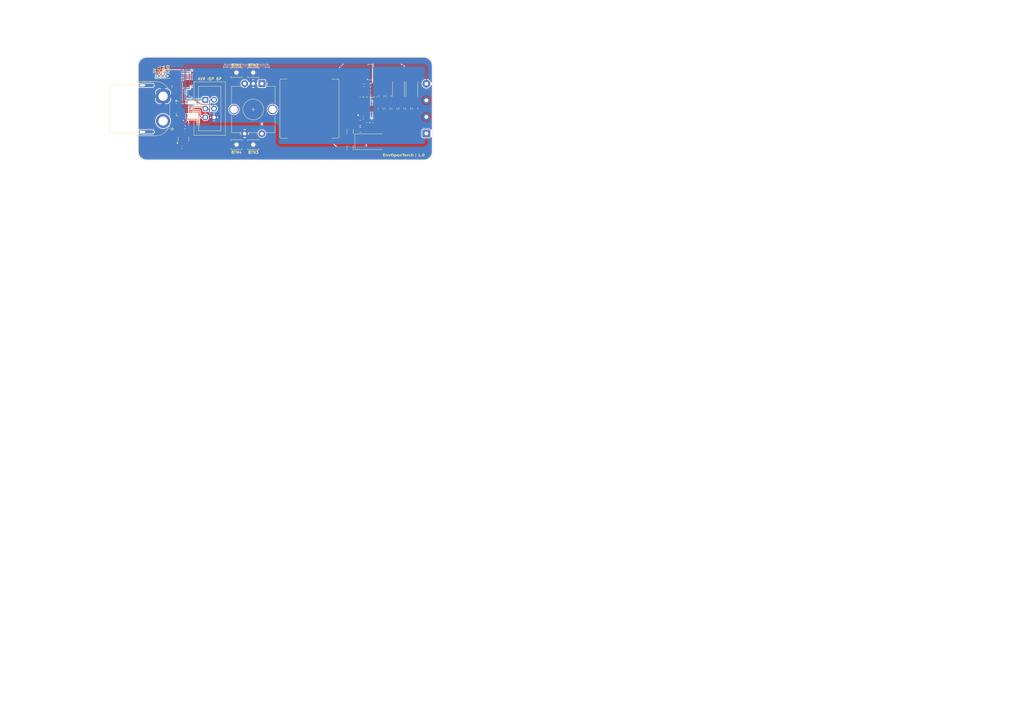
<source format=kicad_pcb>
(kicad_pcb (version 20240108) (generator "pcbnew") (generator_version "8.0")
  (title_block (title "EnvOpenTorch") (company "Envious.Design"))
  (layers (0 "F.Cu" signal) (31 "B.Cu" signal) (34 "B.Paste" user) (35 "F.Paste" user) (36 "B.SilkS" user "B.Silkscreen") (37 "F.SilkS" user "F.Silkscreen") (38 "B.Mask" user) (39 "F.Mask" user) (44 "Edge.Cuts" user))
  (net 0 "")
  (net 1 "GND")
  (net 2 "ROT_A")
  (net 3 "ROT_B")
  (net 4 "+5V")
  (net 5 "Net-(IC1-VCC)")
  (net 6 "Net-(IC1-CSN)")
  (net 7 "LED_V-")
  (net 8 "Net-(C15-Pad1)")
  (net 9 "Net-(IC1-SW)")
  (net 10 "Net-(IC1-ADIM{slash}HD)")
  (net 11 "LED_PWM_5V")
  (net 12 "Net-(IC1-TEMP)")
  (net 13 "Net-(IC1-FSET)")
  (net 14 "Net-(IC1-COMP)")
  (net 15 "Net-(IC1-UVP)")
  (net 16 "VCC")
  (net 17 "Net-(D1-K)")
  (net 18 "LED V+")
  (net 19 "Net-(IC1-CSP)")
  (net 20 "therm1_adc")
  (net 21 "/MCU/PC3")
  (net 22 "/MCU/PA2")
  (net 23 "/MCU/PA1")
  (net 24 "/MCU/PA3")
  (net 25 "/MCU/PC2")
  (net 26 "/MCU/PA0")
  (net 27 "BTN1")
  (net 28 "BTN2")
  (net 29 "BTN3")
  (net 30 "BTN4")
  (net 31 "BTN5")
  (net 32 "/MCU/PB3")
  (net 33 "SDA")
  (net 34 "SCL")
  (net 35 "therm1_adc-P")
  (net 36 "therm1_adc-N")
  (footprint "Capacitor_SMD:C_0402_1005Metric" (layer "F.Cu") (at 105.369999 34.15 180)
    (property "Reference" "C12" (hide yes))
    (property "Value" "25V 1uF 0402" (hide yes))
    (pad "1" smd roundrect (at -0.48 0 180) (size 0.56 0.62) (layers "F.Cu" "F.Paste" "F.Mask") (net 16 "VCC"))
    (pad "2" smd roundrect (at 0.48 0 180) (size 0.56 0.62) (layers "F.Cu" "F.Paste" "F.Mask") (net 1 "GND"))
  )
  (footprint "Resistor_SMD:R_0402_1005Metric" (layer "F.Cu") (at 106.975 28.125001 90)
    (property "Reference" "R8" (hide yes))
    (property "Value" "Rcomp 825ohm 0402" (hide yes))
    (pad "1" smd roundrect (at -0.509999 0 90) (size 0.54 0.64) (layers "F.Cu" "F.Paste" "F.Mask") (net 14 "Net-(IC1-COMP)"))
    (pad "2" smd roundrect (at 0.509999 0 90) (size 0.54 0.64) (layers "F.Cu" "F.Paste" "F.Mask") (net 8 "Net-(C15-Pad1)"))
  )
  (footprint "Capacitor_SMD:C_0402_1005Metric" (layer "F.Cu") (at 53.67 36 180)
    (property "Reference" "C4" (hide yes))
    (property "Value" "0401 10uF 6.3V")
    (pad "1" smd roundrect (at -0.48 0 180) (size 0.56 0.62) (layers "F.Cu" "F.Paste" "F.Mask") (net 4 "+5V"))
    (pad "2" smd roundrect (at 0.48 0 180) (size 0.56 0.62) (layers "F.Cu" "F.Paste" "F.Mask") (net 1 "GND"))
  )
  (footprint "Resistor_SMD:R_0402_1005Metric" (layer "F.Cu") (at 104.825 28.125 90)
    (property "Reference" "R12" (hide yes))
    (property "Value" "0Ω 0402" (hide yes))
    (pad "1" smd roundrect (at -0.509999 0 90) (size 0.54 0.64) (layers "F.Cu" "F.Paste" "F.Mask") (net 6 "Net-(IC1-CSN)"))
    (pad "2" smd roundrect (at 0.509999 0 90) (size 0.54 0.64) (layers "F.Cu" "F.Paste" "F.Mask") (net 17 "Net-(D1-K)"))
  )
  (footprint "Capacitor_SMD:C_0805_2012Metric" (layer "F.Cu") (at 112.4 31.5 -90)
    (property "Reference" "C23" (hide yes))
    (property "Value" "50V 100nF 0805" (hide yes))
    (pad "1" smd roundrect (at -0.949999 0 270) (size 1 1.45) (layers "F.Cu" "F.Paste" "F.Mask") (net 18 "LED V+"))
    (pad "2" smd roundrect (at 0.949999 0 270) (size 1 1.45) (layers "F.Cu" "F.Paste" "F.Mask") (net 7 "LED_V-"))
  )
  (footprint "Resistor_SMD:R_0402_1005Metric" (layer "F.Cu") (at 107.75 35.55 90)
    (property "Reference" "R5" (hide yes))
    (property "Value" "10K 0402" (hide yes))
    (pad "1" smd roundrect (at -0.509999 0 90) (size 0.54 0.64) (layers "F.Cu" "F.Paste" "F.Mask") (net 16 "VCC"))
    (pad "2" smd roundrect (at 0.509999 0 90) (size 0.54 0.64) (layers "F.Cu" "F.Paste" "F.Mask") (net 10 "Net-(IC1-ADIM{slash}HD)"))
  )
  (footprint "Button_Switch_SMD:SW_SPST_B3U-1000P-B" (layer "F.Cu") (at 68.6 41.95)
    (property "Reference" "SW104" (hide yes))
    (property "Value" "B3U")
    (pad "" np_thru_hole circle (at 0 0) (size 0.8 0.8) (drill 0.8) (layers "*.Cu" "*.Mask"))
    (pad "1" smd rect (at -1.7 0) (size 0.9 1.7) (layers "F.Cu" "F.Paste" "F.Mask") (net 30 "BTN4"))
    (pad "2" smd rect (at 1.7 0) (size 0.9 1.7) (layers "F.Cu" "F.Paste" "F.Mask") (net 1 "GND"))
  )
  (footprint "Button_Switch_SMD:SW_SPST_B3U-1000P-B" (layer "F.Cu") (at 68.55 21.05)
    (property "Reference" "SW101" (hide yes))
    (property "Value" "B3U")
    (pad "" np_thru_hole circle (at 0 0) (size 0.8 0.8) (drill 0.8) (layers "*.Cu" "*.Mask"))
    (pad "1" smd rect (at -1.7 0) (size 0.9 1.7) (layers "F.Cu" "F.Paste" "F.Mask") (net 27 "BTN1"))
    (pad "2" smd rect (at 1.7 0) (size 0.9 1.7) (layers "F.Cu" "F.Paste" "F.Mask") (net 1 "GND"))
  )
  (footprint "Button_Switch_SMD:SW_SPST_B3U-1000P-B" (layer "F.Cu") (at 73.45 41.95)
    (property "Reference" "SW103" (hide yes))
    (property "Value" "B3U")
    (pad "" np_thru_hole circle (at 0 0) (size 0.8 0.8) (drill 0.8) (layers "*.Cu" "*.Mask"))
    (pad "1" smd rect (at -1.7 0) (size 0.9 1.7) (layers "F.Cu" "F.Paste" "F.Mask") (net 29 "BTN3"))
    (pad "2" smd rect (at 1.7 0) (size 0.9 1.7) (layers "F.Cu" "F.Paste" "F.Mask") (net 1 "GND"))
  )
  (footprint "Capacitor_SMD:C_0805_2012Metric" (layer "F.Cu") (at 104.499999 37.649999 180)
    (property "Reference" "C10" (hide yes))
    (property "Value" "50V 100nF 0805" (hide yes))
    (pad "1" smd roundrect (at -0.949999 0 180) (size 1 1.45) (layers "F.Cu" "F.Paste" "F.Mask") (net 16 "VCC"))
    (pad "2" smd roundrect (at 0.949999 0 180) (size 1 1.45) (layers "F.Cu" "F.Paste" "F.Mask") (net 1 "GND"))
  )
  (footprint "Resistor_SMD:R_0402_1005Metric" (layer "F.Cu") (at 107.45 24.725 180)
    (property "Reference" "R11" (hide yes))
    (property "Value" "Rovp2 10K 0402" (hide yes))
    (pad "1" smd roundrect (at -0.509999 0 180) (size 0.54 0.64) (layers "F.Cu" "F.Paste" "F.Mask") (net 1 "GND"))
    (pad "2" smd roundrect (at 0.509999 0 180) (size 0.54 0.64) (layers "F.Cu" "F.Paste" "F.Mask") (net 15 "Net-(IC1-UVP)"))
  )
  (footprint "TPS922054DMTR:SON65P300X450X100-15N-D" (layer "F.Cu") (at 106.5 31.5 90)
    (property "Reference" "IC1" (hide yes))
    (property "Value" "TPS923654DMTR" (hide yes))
    (pad "1" smd rect (at -1.45 -1.95 180) (size 0.35 0.85) (layers "F.Cu" "F.Paste" "F.Mask") (net 1 "GND"))
    (pad "2" smd rect (at -1.45 -1.3 180) (size 0.35 0.85) (layers "F.Cu" "F.Paste" "F.Mask") (net 1 "GND"))
    (pad "3" smd rect (at -1.45 -0.65 180) (size 0.35 0.85) (layers "F.Cu" "F.Paste" "F.Mask") (net 16 "VCC"))
    (pad "4" smd rect (at -1.45 0 180) (size 0.35 0.85) (layers "F.Cu" "F.Paste" "F.Mask") (net 5 "Net-(IC1-VCC)"))
    (pad "5" smd rect (at -1.45 0.65 180) (size 0.35 0.85) (layers "F.Cu" "F.Paste" "F.Mask") (net 10 "Net-(IC1-ADIM{slash}HD)"))
    (pad "6" smd rect (at -1.45 1.3 180) (size 0.35 0.85) (layers "F.Cu" "F.Paste" "F.Mask") (net 11 "LED_PWM_5V"))
    (pad "7" smd rect (at -1.45 1.95 180) (size 0.35 0.85) (layers "F.Cu" "F.Paste" "F.Mask") (net 1 "GND"))
    (pad "8" smd rect (at 1.45 1.95 180) (size 0.35 0.85) (layers "F.Cu" "F.Paste" "F.Mask") (net 12 "Net-(IC1-TEMP)"))
    (pad "9" smd rect (at 1.45 1.3 180) (size 0.35 0.85) (layers "F.Cu" "F.Paste" "F.Mask") (net 13 "Net-(IC1-FSET)"))
    (pad "10" smd rect (at 1.45 0.65 180) (size 0.35 0.85) (layers "F.Cu" "F.Paste" "F.Mask") (net 14 "Net-(IC1-COMP)"))
    (pad "11" smd rect (at 1.45 0 180) (size 0.35 0.85) (layers "F.Cu" "F.Paste" "F.Mask") (net 15 "Net-(IC1-UVP)"))
    (pad "12" smd rect (at 1.45 -0.65 180) (size 0.35 0.85) (layers "F.Cu" "F.Paste" "F.Mask") (net 19 "Net-(IC1-CSP)"))
    (pad "13" smd rect (at 1.45 -1.3 180) (size 0.35 0.85) (layers "F.Cu" "F.Paste" "F.Mask") (net 6 "Net-(IC1-CSN)"))
    (pad "14" smd rect (at 1.45 -1.95 180) (size 0.35 0.85) (layers "F.Cu" "F.Paste" "F.Mask") (net 9 "Net-(IC1-SW)"))
    (pad "15" smd rect (at 0 0 90) (size 1.7 4.3) (layers "F.Cu" "F.Paste" "F.Mask") (net 1 "GND"))
  )
  (footprint "Capacitor_SMD:C_0805_2012Metric" (layer "F.Cu") (at 112.65 27.85 -90)
    (property "Reference" "C17" (hide yes))
    (property "Value" "Csense 50V 30uF 0805" (hide yes))
    (pad "1" smd roundrect (at -0.949999 0 270) (size 1 1.45) (layers "F.Cu" "F.Paste" "F.Mask") (net 17 "Net-(D1-K)"))
    (pad "2" smd roundrect (at 0.949999 0 270) (size 1 1.45) (layers "F.Cu" "F.Paste" "F.Mask") (net 18 "LED V+"))
  )
  (footprint "Capacitor_SMD:C_0805_2012Metric" (layer "F.Cu") (at 114.4 31.5 -90)
    (property "Reference" "C22" (hide yes))
    (property "Value" "50V 100nF 0805" (hide yes))
    (pad "1" smd roundrect (at -0.949999 0 270) (size 1 1.45) (layers "F.Cu" "F.Paste" "F.Mask") (net 18 "LED V+"))
    (pad "2" smd roundrect (at 0.949999 0 270) (size 1 1.45) (layers "F.Cu" "F.Paste" "F.Mask") (net 7 "LED_V-"))
  )
  (footprint "Button_Switch_SMD:SW_SPST_B3U-1000P-B" (layer "F.Cu") (at 73.45 21.05)
    (property "Reference" "SW102" (hide yes))
    (property "Value" "B3U")
    (pad "" np_thru_hole circle (at 0 0) (size 0.8 0.8) (drill 0.8) (layers "*.Cu" "*.Mask"))
    (pad "1" smd rect (at -1.7 0) (size 0.9 1.7) (layers "F.Cu" "F.Paste" "F.Mask") (net 28 "BTN2"))
    (pad "2" smd rect (at 1.7 0) (size 0.9 1.7) (layers "F.Cu" "F.Paste" "F.Mask") (net 1 "GND"))
  )
  (footprint "Resistor_SMD:R_0402_1005Metric" (layer "F.Cu") (at 105.8 28.125 90)
    (property "Reference" "R13" (hide yes))
    (property "Value" "0Ω 0402" (hide yes))
    (pad "1" smd roundrect (at -0.509999 0 90) (size 0.54 0.64) (layers "F.Cu" "F.Paste" "F.Mask") (net 19 "Net-(IC1-CSP)"))
    (pad "2" smd roundrect (at 0.509999 0 90) (size 0.54 0.64) (layers "F.Cu" "F.Paste" "F.Mask") (net 18 "LED V+"))
  )
  (footprint "Capacitor_Tantalum_SMD:CP_EIA-7343-43_Kemet-X" (layer "F.Cu") (at 107.35 41.1)
    (property "Reference" "C7" (hide yes))
    (property "Value" "35V 68uF" (hide yes))
    (pad "1" smd roundrect (at -3.1125 0) (size 2.075 2.55) (layers "F.Cu" "F.Paste" "F.Mask") (roundrect_rratio 0.120482) (net 16 "VCC"))
    (pad "2" smd roundrect (at 3.1125 0) (size 2.075 2.55) (layers "F.Cu" "F.Paste" "F.Mask") (roundrect_rratio 0.120482) (net 1 "GND"))
  )
  (footprint "Capacitor_SMD:C_0402_1005Metric" (layer "F.Cu") (at 107.425 26.675)
    (property "Reference" "C16" (hide yes))
    (property "Value" "10V 10nF 0402" (hide yes))
    (pad "1" smd roundrect (at -0.48 0) (size 0.56 0.62) (layers "F.Cu" "F.Paste" "F.Mask") (net 8 "Net-(C15-Pad1)"))
    (pad "2" smd roundrect (at 0.48 0) (size 0.56 0.62) (layers "F.Cu" "F.Paste" "F.Mask") (net 1 "GND"))
  )
  (footprint "Capacitor_SMD:C_0805_2012Metric" (layer "F.Cu") (at 118.4 31.5 -90)
    (property "Reference" "C20" (hide yes))
    (property "Value" "50V 1uF 0805" (hide yes))
    (pad "1" smd roundrect (at -0.949999 0 270) (size 1 1.45) (layers "F.Cu" "F.Paste" "F.Mask") (net 18 "LED V+"))
    (pad "2" smd roundrect (at 0.949999 0 270) (size 1 1.45) (layers "F.Cu" "F.Paste" "F.Mask") (net 7 "LED_V-"))
  )
  (footprint "Connector_Wire:SolderWire-0.5sqmm_1x04_P4.8mm_D0.9mm_OD2.3mm" (layer "F.Cu") (at 123.65 38.7 90)
    (property "Reference" "J101" (hide yes))
    (property "Value" "Conn_01x04")
    (pad "1" thru_hole roundrect (at 0 0 90) (size 2.3 2.3) (drill 1.1) (layers "*.Cu" "*.Mask") (roundrect_rratio 0.108696) (net 36 "therm1_adc-N"))
    (pad "2" thru_hole circle (at 4.800001 0 90) (size 2.3 2.3) (drill 1.1) (layers "*.Cu" "*.Mask") (net 7 "LED_V-"))
    (pad "3" thru_hole circle (at 9.6 0 90) (size 2.3 2.3) (drill 1.1) (layers "*.Cu" "*.Mask") (net 18 "LED V+"))
    (pad "4" thru_hole circle (at 14.4 0 90) (size 2.3 2.3) (drill 1.1) (layers "*.Cu" "*.Mask") (net 35 "therm1_adc-P"))
  )
  (footprint "Resistor_SMD:R_2512_6332Metric" (layer "F.Cu") (at 119.45 25.8375 -90)
    (property "Reference" "R9" (hide yes))
    (property "Value" "2512 120mR" (hide yes))
    (pad "1" smd roundrect (at -2.9625 0 270) (size 1.225 3.35) (layers "F.Cu" "F.Paste" "F.Mask") (roundrect_rratio 0.204082) (net 17 "Net-(D1-K)"))
    (pad "2" smd roundrect (at 2.9625 0 270) (size 1.225 3.35) (layers "F.Cu" "F.Paste" "F.Mask") (roundrect_rratio 0.204082) (net 18 "LED V+"))
  )
  (footprint "Connector_AMASS:AMASS_XT60PW-F_1x02_P7.20mm_Horizontal" (layer "F.Cu") (at 47.3 27.9 90)
    (property "Reference" "J2" (hide yes))
    (property "Value" "XT60 Horizontal Socket" (hide yes))
    (fp_text user "-" (at 2.8 2.5 90) (layer "F.SilkS"))
    (fp_text user "+" (at -9.499999 2.5 90) (layer "F.SilkS") (effects (font (size 1.5 1.5))))
    (pad "" thru_hole rect (at -10.35 -6 90) (size 0.9 2) (drill oval 0.6 1.7) (layers "*.Cu" "*.Mask"))
    (pad "" thru_hole rect (at 3.15 -6 90) (size 0.9 2) (drill oval 0.6 1.7) (layers "*.Cu" "*.Mask"))
    (pad "1" thru_hole roundrect (at 0 0 90) (size 4.1 4.1) (drill 2.7) (layers "*.Cu" "*.Mask") (net 1 "GND"))
    (pad "2" thru_hole circle (at -7.2 0 90) (size 4.1 4.1) (drill 2.7) (layers "*.Cu" "*.Mask") (net 16 "VCC"))
  )
  (footprint "Resistor_SMD:R_2512_6332Metric" (layer "F.Cu") (at 115.55 25.8375 -90)
    (property "Reference" "R14" (hide yes))
    (property "Value" "2512 120mR" (hide yes))
    (pad "1" smd roundrect (at -2.9625 0 270) (size 1.225 3.35) (layers "F.Cu" "F.Paste" "F.Mask") (roundrect_rratio 0.204082) (net 17 "Net-(D1-K)"))
    (pad "2" smd roundrect (at 2.9625 0 270) (size 1.225 3.35) (layers "F.Cu" "F.Paste" "F.Mask") (roundrect_rratio 0.204082) (net 18 "LED V+"))
  )
  (footprint "Resistor_SMD:R_0402_1005Metric" (layer "F.Cu") (at 105.55 24.725 180)
    (property "Reference" "R10" (hide yes))
    (property "Value" "Rovp1 200K 0402" (hide yes))
    (pad "1" smd roundrect (at -0.509999 0 180) (size 0.54 0.64) (layers "F.Cu" "F.Paste" "F.Mask") (net 15 "Net-(IC1-UVP)"))
    (pad "2" smd roundrect (at 0.509999 0 180) (size 0.54 0.64) (layers "F.Cu" "F.Paste" "F.Mask") (net 18 "LED V+"))
  )
  (footprint "NetTie:NetTie-2_SMD_Pad2.0mm" (layer "F.Cu") (at 111.635786 36.014214 45)
    (property "Reference" "NT1" (hide yes))
    (property "Value" "NetTie" (hide yes))
    (fp_poly (pts (xy -2 -1) (xy 2 -1) (xy 2 1) (xy -2 1)) (fill solid) (layer "F.Cu"))
    (pad "1" smd circle (at -2.000001 0 45) (size 2 2) (layers "F.Cu") (net 1 "GND"))
    (pad "2" smd circle (at 2.000001 0 45) (size 2 2) (layers "F.Cu") (net 7 "LED_V-"))
  )
  (footprint "Connector_IDC:IDC-Header_2x03_P2.54mm_Vertical" (layer "F.Cu") (at 59.5475 28.955)
    (property "Reference" "J1" (hide yes))
    (property "Value" "AVR-ISP-6")
    (pad "1" thru_hole roundrect (at 0 0) (size 1.7 1.7) (drill 1) (layers "*.Cu" "*.Mask") (roundrect_rratio 0.147059) (net 11 "LED_PWM_5V"))
    (pad "2" thru_hole circle (at 2.54 0) (size 1.7 1.7) (drill 1) (layers "*.Cu" "*.Mask") (net 4 "+5V"))
    (pad "3" thru_hole circle (at 0 2.54) (size 1.7 1.7) (drill 1) (layers "*.Cu" "*.Mask") (net 34 "SCL"))
    (pad "4" thru_hole circle (at 2.54 2.54) (size 1.7 1.7) (drill 1) (layers "*.Cu" "*.Mask") (net 33 "SDA"))
    (pad "5" thru_hole circle (at 0 5.08) (size 1.7 1.7) (drill 1) (layers "*.Cu" "*.Mask") (net 21 "/MCU/PC3"))
    (pad "6" thru_hole circle (at 2.54 5.08) (size 1.7 1.7) (drill 1) (layers "*.Cu" "*.Mask") (net 1 "GND"))
  )
  (footprint "Capacitor_SMD:C_0805_2012Metric" (layer "F.Cu") (at 116.399999 31.5 -90)
    (property "Reference" "C21" (hide yes))
    (property "Value" "50V 1uF 0805" (hide yes))
    (pad "1" smd roundrect (at -0.949999 0 270) (size 1 1.45) (layers "F.Cu" "F.Paste" "F.Mask") (net 18 "LED V+"))
    (pad "2" smd roundrect (at 0.949999 0 270) (size 1 1.45) (layers "F.Cu" "F.Paste" "F.Mask") (net 7 "LED_V-"))
  )
  (footprint "Resistor_SMD:R_0402_1005Metric" (layer "F.Cu") (at 107.95 28.125001 90)
    (property "Reference" "R6" (hide yes))
    (property "Value" "Rfset 160K 0402" (hide yes))
    (pad "1" smd roundrect (at -0.509999 0 90) (size 0.54 0.64) (layers "F.Cu" "F.Paste" "F.Mask") (net 13 "Net-(IC1-FSET)"))
    (pad "2" smd roundrect (at 0.509999 0 90) (size 0.54 0.64) (layers "F.Cu" "F.Paste" "F.Mask") (net 1 "GND"))
  )
  (footprint "Capacitor_SMD:C_0402_1005Metric" (layer "F.Cu") (at 53.67 36.95 180)
    (property "Reference" "C3" (hide yes))
    (property "Value" "0401 1uF 6.3V")
    (pad "1" smd roundrect (at -0.48 0 180) (size 0.56 0.62) (layers "F.Cu" "F.Paste" "F.Mask") (net 4 "+5V"))
    (pad "2" smd roundrect (at 0.48 0 180) (size 0.56 0.62) (layers "F.Cu" "F.Paste" "F.Mask") (net 1 "GND"))
  )
  (footprint "Capacitor_SMD:C_0402_1005Metric" (layer "F.Cu") (at 52.73 42.75)
    (property "Reference" "C1" (hide yes))
    (property "Value" "0401 1uF 35V")
    (pad "1" smd roundrect (at -0.48 0) (size 0.56 0.62) (layers "F.Cu" "F.Paste" "F.Mask") (net 16 "VCC"))
    (pad "2" smd roundrect (at 0.48 0) (size 0.56 0.62) (layers "F.Cu" "F.Paste" "F.Mask") (net 1 "GND"))
  )
  (footprint "Capacitor_SMD:C_0402_1005Metric" (layer "F.Cu") (at 107.425 25.7)
    (property "Reference" "C15" (hide yes))
    (property "Value" "10V 10nF 0402" (hide yes))
    (pad "1" smd roundrect (at -0.48 0) (size 0.56 0.62) (layers "F.Cu" "F.Paste" "F.Mask") (net 8 "Net-(C15-Pad1)"))
    (pad "2" smd roundrect (at 0.48 0) (size 0.56 0.62) (layers "F.Cu" "F.Paste" "F.Mask") (net 1 "GND"))
  )
  (footprint "Package_TO_SOT_SMD:TO-277A" (layer "F.Cu") (at 109.875 20.925 90)
    (property "Reference" "D1" (hide yes))
    (property "Value" "FSV12100V" (hide yes))
    (pad "1" smd roundrect (at -1.04 -2.765 90) (size 1.4 1.27) (layers "F.Cu" "F.Paste" "F.Mask") (net 9 "Net-(IC1-SW)"))
    (pad "2" smd roundrect (at 1.04 -2.765 90) (size 1.4 1.27) (layers "F.Cu" "F.Paste" "F.Mask") (net 9 "Net-(IC1-SW)"))
    (pad "3" smd rect (at 0 1.04 90) (size 4.8 4.72) (layers "F.Cu" "F.Mask") (net 17 "Net-(D1-K)"))
  )
  (footprint "Capacitor_SMD:C_1206_3216Metric" (layer "F.Cu") (at 101.55 38.2 90)
    (property "Reference" "C8" (hide yes))
    (property "Value" "35V 22uF 1206" (hide yes))
    (pad "1" smd roundrect (at -1.475001 0 90) (size 1.15 1.8) (layers "F.Cu" "F.Paste" "F.Mask") (roundrect_rratio 0.217391) (net 16 "VCC"))
    (pad "2" smd roundrect (at 1.475001 0 90) (size 1.15 1.8) (layers "F.Cu" "F.Paste" "F.Mask") (roundrect_rratio 0.217391) (net 1 "GND"))
  )
  (footprint "Inductor_SMD:L_Bourns_SRP1770TA_16.9x16.9mm" (layer "F.Cu") (at 89.75 31.5 90)
    (property "Reference" "L1" (hide yes))
    (property "Value" "SRP1770TA-100M")
    (pad "1" smd rect (at -7.675001 0 90) (size 3.15 12.5) (layers "F.Cu" "F.Paste" "F.Mask") (net 16 "VCC"))
    (pad "2" smd rect (at 7.675001 0 90) (size 3.15 12.5) (layers "F.Cu" "F.Paste" "F.Mask") (net 9 "Net-(IC1-SW)"))
  )
  (footprint "Capacitor_SMD:C_0805_2012Metric" (layer "F.Cu") (at 120.4 31.499999 -90)
    (property "Reference" "C19" (hide yes))
    (property "Value" "50V 2.2uF 0805" (hide yes))
    (pad "1" smd roundrect (at -0.949999 0 270) (size 1 1.45) (layers "F.Cu" "F.Paste" "F.Mask") (net 18 "LED V+"))
    (pad "2" smd roundrect (at 0.949999 0 270) (size 1 1.45) (layers "F.Cu" "F.Paste" "F.Mask") (net 7 "LED_V-"))
  )
  (footprint "Capacitor_SMD:C_0805_2012Metric" (layer "F.Cu") (at 104.499999 35.65 180)
    (property "Reference" "C11" (hide yes))
    (property "Value" "50V 100nF 0805" (hide yes))
    (pad "1" smd roundrect (at -0.949999 0 180) (size 1 1.45) (layers "F.Cu" "F.Paste" "F.Mask") (net 16 "VCC"))
    (pad "2" smd roundrect (at 0.949999 0 180) (size 1 1.45) (layers "F.Cu" "F.Paste" "F.Mask") (net 1 "GND"))
  )
  (footprint "Capacitor_SMD:C_0805_2012Metric" (layer "F.Cu") (at 110.65 27.85 -90)
    (property "Reference" "C14" (hide yes))
    (property "Value" "50V 0.1uF 0805" (hide yes))
    (pad "1" smd roundrect (at -0.949999 0 270) (size 1 1.45) (layers "F.Cu" "F.Paste" "F.Mask") (net 17 "Net-(D1-K)"))
    (pad "2" smd roundrect (at 0.949999 0 270) (size 1 1.45) (layers "F.Cu" "F.Paste" "F.Mask") (net 18 "LED V+"))
  )
  (footprint "Capacitor_SMD:C_0402_1005Metric" (layer "F.Cu") (at 53.67 37.9 180)
    (property "Reference" "C2" (hide yes))
    (property "Value" "0401 2.2uF 6.3V")
    (pad "1" smd roundrect (at -0.48 0 180) (size 0.56 0.62) (layers "F.Cu" "F.Paste" "F.Mask") (net 4 "+5V"))
    (pad "2" smd roundrect (at 0.48 0 180) (size 0.56 0.62) (layers "F.Cu" "F.Paste" "F.Mask") (net 1 "GND"))
  )
  (footprint "Package_TO_SOT_SMD:SOT-23" (layer "F.Cu") (at 53.2 40.3 90)
    (property "Reference" "U1" (hide yes))
    (property "Value" "AP7384-50SA")
    (pad "1" smd roundrect (at -0.9375 -0.95 90) (size 1.475 0.6) (layers "F.Cu" "F.Paste" "F.Mask") (net 16 "VCC"))
    (pad "2" smd roundrect (at -0.9375 0.95 90) (size 1.475 0.6) (layers "F.Cu" "F.Paste" "F.Mask") (net 4 "+5V"))
    (pad "3" smd roundrect (at 0.937501 0 90) (size 1.475 0.6) (layers "F.Cu" "F.Paste" "F.Mask") (net 1 "GND"))
  )
  (footprint "Capacitor_SMD:C_1206_3216Metric" (layer "F.Cu") (at 101.55 42.875 -90)
    (property "Reference" "C9" (hide yes))
    (property "Value" "35V 22uF 1206" (hide yes))
    (pad "1" smd roundrect (at -1.475001 0 270) (size 1.15 1.8) (layers "F.Cu" "F.Paste" "F.Mask") (roundrect_rratio 0.217391) (net 16 "VCC"))
    (pad "2" smd roundrect (at 1.475001 0 270) (size 1.15 1.8) (layers "F.Cu" "F.Paste" "F.Mask") (roundrect_rratio 0.217391) (net 1 "GND"))
  )
  (footprint "Capacitor_SMD:C_0805_2012Metric" (layer "F.Cu") (at 110.4 31.5 -90)
    (property "Reference" "C18" (hide yes))
    (property "Value" "50V 2.2uF 0805" (hide yes))
    (pad "1" smd roundrect (at -0.949999 0 270) (size 1 1.45) (layers "F.Cu" "F.Paste" "F.Mask") (net 18 "LED V+"))
    (pad "2" smd roundrect (at 0.949999 0 270) (size 1 1.45) (layers "F.Cu" "F.Paste" "F.Mask") (net 7 "LED_V-"))
  )
  (footprint "Rotary_Encoder:RotaryEncoder_Alps_EC12E-Switch_Vertical_H20mm_CircularMountingHoles" (layer "F.Cu") (at 75.95 24.25 -90)
    (property "Reference" "SW1" (hide yes))
    (property "Value" "EC12" (hide yes))
    (pad "A" thru_hole rect (at 0 0 270) (size 2 2) (drill 1) (layers "*.Cu" "*.Mask") (net 2 "ROT_A"))
    (pad "B" thru_hole circle (at 0 5 270) (size 2 2) (drill 1) (layers "*.Cu" "*.Mask") (net 3 "ROT_B"))
    (pad "C" thru_hole circle (at 0 2.5 270) (size 2 2) (drill 1) (layers "*.Cu" "*.Mask") (net 1 "GND"))
    (pad "MP" thru_hole circle (at 7.5 -3.1 270) (size 2.8 2.8) (drill 2.2) (layers "*.Cu" "*.Mask"))
    (pad "MP" thru_hole circle (at 7.5 8.1 270) (size 2.8 2.8) (drill 2.2) (layers "*.Cu" "*.Mask"))
    (pad "S1" thru_hole circle (at 14.5 0 270) (size 2 2) (drill 1) (layers "*.Cu" "*.Mask") (net 31 "BTN5"))
    (pad "S2" thru_hole circle (at 14.5 5 270) (size 2 2) (drill 1) (layers "*.Cu" "*.Mask") (net 1 "GND"))
  )
  (footprint "Package_DFN_QFN:QFN-20-1EP_4x4mm_P0.5mm_EP2.6x2.6mm" (layer "F.Cu") (at 53.2 31.5)
    (property "Reference" "U2" (hide yes))
    (property "Value" "ATtiny1634-M")
    (pad "1" smd roundrect (at -1.925 -1) (size 0.85 0.25) (layers "F.Cu" "F.Paste" "F.Mask") (net 2 "ROT_A"))
    (pad "2" smd roundrect (at -1.925 -0.5) (size 0.85 0.25) (layers "F.Cu" "F.Paste" "F.Mask") (net 3 "ROT_B"))
    (pad "3" smd roundrect (at -1.925001 0) (size 0.85 0.25) (layers "F.Cu" "F.Paste" "F.Mask") (net 31 "BTN5"))
    (pad "4" smd roundrect (at -1.925 0.5) (size 0.85 0.25) (layers "F.Cu" "F.Paste" "F.Mask") (net 24 "/MCU/PA3"))
    (pad "5" smd roundrect (at -1.925 1) (size 0.85 0.25) (layers "F.Cu" "F.Paste" "F.Mask") (net 22 "/MCU/PA2"))
    (pad "6" smd roundrect (at -1 1.925) (size 0.25 0.85) (layers "F.Cu" "F.Paste" "F.Mask") (net 23 "/MCU/PA1"))
    (pad "7" smd roundrect (at -0.5 1.925) (size 0.25 0.85) (layers "F.Cu" "F.Paste" "F.Mask") (net 26 "/MCU/PA0"))
    (pad "8" smd roundrect (at 0 1.925001) (size 0.25 0.85) (layers "F.Cu" "F.Paste" "F.Mask") (net 1 "GND"))
    (pad "9" smd roundrect (at 0.5 1.925) (size 0.25 0.85) (layers "F.Cu" "F.Paste" "F.Mask") (net 4 "+5V"))
    (pad "10" smd roundrect (at 1 1.925) (size 0.25 0.85) (layers "F.Cu" "F.Paste" "F.Mask") (net 30 "BTN4"))
    (pad "11" smd roundrect (at 1.925 1) (size 0.85 0.25) (layers "F.Cu" "F.Paste" "F.Mask") (net 29 "BTN3"))
    (pad "12" smd roundrect (at 1.925 0.5) (size 0.85 0.25) (layers "F.Cu" "F.Paste" "F.Mask") (net 21 "/MCU/PC3"))
    (pad "13" smd roundrect (at 1.925001 0) (size 0.85 0.25) (layers "F.Cu" "F.Paste" "F.Mask") (net 25 "/MCU/PC2"))
    (pad "14" smd roundrect (at 1.925 -0.5) (size 0.85 0.25) (layers "F.Cu" "F.Paste" "F.Mask") (net 34 "SCL"))
    (pad "15" smd roundrect (at 1.925 -1) (size 0.85 0.25) (layers "F.Cu" "F.Paste" "F.Mask") (net 20 "therm1_adc"))
    (pad "16" smd roundrect (at 1 -1.925) (size 0.25 0.85) (layers "F.Cu" "F.Paste" "F.Mask") (net 32 "/MCU/PB3"))
    (pad "17" smd roundrect (at 0.5 -1.925) (size 0.25 0.85) (layers "F.Cu" "F.Paste" "F.Mask") (net 11 "LED_PWM_5V"))
    (pad "18" smd roundrect (at 0 -1.925001) (size 0.25 0.85) (layers "F.Cu" "F.Paste" "F.Mask") (net 33 "SDA"))
    (pad "19" smd roundrect (at -0.5 -1.925) (size 0.25 0.85) (layers "F.Cu" "F.Paste" "F.Mask") (net 28 "BTN2"))
    (pad "20" smd roundrect (at -1 -1.925) (size 0.25 0.85) (layers "F.Cu" "F.Paste" "F.Mask") (net 27 "BTN1"))
    (pad "21" smd rect (at 0 0) (size 2.6 2.6) (property pad_prop_heatsink) (layers "F.Cu" "F.Mask") (net 1 "GND"))
  )
  (footprint "Capacitor_SMD:C_0402_1005Metric" (layer "F.Cu") (at 106.749999 35.55 90)
    (property "Reference" "C13" (hide yes))
    (property "Value" "25V 1uF 0402" (hide yes))
    (pad "1" smd roundrect (at -0.48 0 90) (size 0.56 0.62) (layers "F.Cu" "F.Paste" "F.Mask") (net 1 "GND"))
    (pad "2" smd roundrect (at 0.48 0 90) (size 0.56 0.62) (layers "F.Cu" "F.Paste" "F.Mask") (net 5 "Net-(IC1-VCC)"))
  )
  (footprint "Resistor_SMD:R_0402_1005Metric" (layer "F.Cu") (at 108.925 28.125001 90)
    (property "Reference" "R7" (hide yes))
    (property "Value" "Rtemp 57K6 0402" (hide yes))
    (pad "1" smd roundrect (at -0.509999 0 90) (size 0.54 0.64) (layers "F.Cu" "F.Paste" "F.Mask") (net 12 "Net-(IC1-TEMP)"))
    (pad "2" smd roundrect (at 0.509999 0 90) (size 0.54 0.64) (layers "F.Cu" "F.Paste" "F.Mask") (net 1 "GND"))
  )
  (footprint "Connector_PinHeader_1.00mm:PinHeader_1x04_P1.00mm_Vertical" (layer "F.Cu") (at 45.65 22.05 90)
    (property "Reference" "J3" (hide yes))
    (property "Value" "Conn_01x04")
    (pad "1" thru_hole rect (at 0 0 90) (size 0.85 0.85) (drill 0.5) (layers "*.Cu" "*.Mask") (net 4 "+5V"))
    (pad "2" thru_hole oval (at 0 1 90) (size 0.85 0.85) (drill 0.5) (layers "*.Cu" "*.Mask") (net 33 "SDA"))
    (pad "3" thru_hole oval (at 0 2.000001 90) (size 0.85 0.85) (drill 0.5) (layers "*.Cu" "*.Mask") (net 34 "SCL"))
    (pad "4" thru_hole oval (at 0 3 90) (size 0.85 0.85) (drill 0.5) (layers "*.Cu" "*.Mask") (net 1 "GND"))
  )
  (gr_arc (start 122.95 16.5) (mid 124.717767 17.232233) (end 125.45 19) (stroke (width 0.1)) (layer "Edge.Cuts"))
  (gr_line (start 122.95 46.5) (end 42.5 46.5) (stroke (width 0.1)) (layer "Edge.Cuts"))
  (gr_line (start 40 44) (end 40 19) (stroke (width 0.1)) (layer "Edge.Cuts"))
  (gr_line (start 125.45 19) (end 125.45 44) (stroke (width 0.1)) (layer "Edge.Cuts"))
  (gr_line (start 42.5 16.5) (end 122.95 16.5) (stroke (width 0.1)) (layer "Edge.Cuts"))
  (gr_arc (start 125.45 44) (mid 124.717767 45.767767) (end 122.95 46.5) (stroke (width 0.1)) (layer "Edge.Cuts"))
  (gr_arc (start 42.5 46.5) (mid 40.732233 45.767767) (end 40 44) (stroke (width 0.1)) (layer "Edge.Cuts"))
  (gr_arc (start 40 19) (mid 40.732233 17.232233) (end 42.5 16.5) (stroke (width 0.1)) (layer "Edge.Cuts"))
  (gr_text "AVR ISP 6P" (at 60.8175 23.355 0) (layer "F.SilkS") (effects (font (size 0.8 0.8) (thickness 0.15) (bold yes)) (justify bottom)))
  (gr_text "BTN4" (at 68.55 44.65 0) (layer "F.SilkS") (effects (font (size 0.8 0.8) (thickness 0.15) (bold yes)) (justify bottom)))
  (gr_text "5V\nSCL\nSDA\nGND" (at 49.21 21.355 90) (layer "F.SilkS") (effects (font (size 0.8 0.8) (thickness 0.15) (bold yes)) (justify left bottom)))
  (gr_text "BTN1" (at 68.55 19.4 0) (layer "F.SilkS") (effects (font (size 0.8 0.8) (thickness 0.15) (bold yes)) (justify bottom)))
  (gr_text "EnvOpenTorch | 1.0" (at 111 45.5 0) (layer "F.SilkS") (effects (font (size 0.8 0.8) (thickness 0.15) (bold yes)) (justify left bottom)))
  (gr_text "BTN3" (at 73.45 44.65 0) (layer "F.SilkS") (effects (font (size 0.8 0.8) (thickness 0.15) (bold yes)) (justify bottom)))
  (gr_text "BTN2" (at 73.45 19.4 0) (layer "F.SilkS") (effects (font (size 0.8 0.8) (thickness 0.15) (bold yes)) (justify bottom)))
  (segment (start 41.3 24.75) (end 44.15 24.75) (width 1) (layer "F.Cu") (net 0))
  (segment (start 41.3 38.25) (end 44.15 38.25) (width 1) (layer "F.Cu") (net 0))
  (segment (start 41.3 38.25) (end 44.15 38.25) (width 1) (layer "B.Cu") (net 0))
  (segment (start 44.15 24.75) (end 41.3 24.75) (width 1) (layer "B.Cu") (net 0))
  (segment (start 53.2 33.425001) (end 53.2 34.9) (width 0.25) (layer "F.Cu") (net 1))
  (via (at 53.2 34.9) (size 0.5) (drill 0.3) (layers "F.Cu" "B.Cu") (net 1))
  (segment (start 50.65 30.36363) (end 50.65 22.75) (width 0.15) (layer "F.Cu") (net 2))
  (segment (start 65.65 21.25) (end 65.65 19.65) (width 0.15) (layer "F.Cu") (net 2))
  (segment (start 66.15 19.15) (end 76.75 19.15) (width 0.15) (layer "F.Cu") (net 2))
  (segment (start 51.15 22.25) (end 64.65 22.25) (width 0.15) (layer "F.Cu") (net 2))
  (segment (start 51.275 30.5) (end 50.78637 30.5) (width 0.15) (layer "F.Cu") (net 2))
  (segment (start 77.25 19.65) (end 77.25 23.75) (width 0.15) (layer "F.Cu") (net 2))
  (segment (start 76.75 24.25) (end 75.95 24.25) (width 0.15) (layer "F.Cu") (net 2))
  (arc (start 77.25 23.75) (mid 77.103553 24.103553) (end 76.75 24.25) (width 0.15) (layer "F.Cu") (net 2))
  (arc (start 50.78637 30.5) (mid 50.689942 30.460058) (end 50.65 30.36363) (width 0.15) (layer "F.Cu") (net 2))
  (arc (start 76.75 19.15) (mid 77.103553 19.296447) (end 77.25 19.65) (width 0.15) (layer "F.Cu") (net 2))
  (arc (start 64.65 22.25) (mid 65.357107 21.957107) (end 65.65 21.25) (width 0.15) (layer "F.Cu") (net 2))
  (arc (start 50.65 22.75) (mid 50.796447 22.396447) (end 51.15 22.25) (width 0.15) (layer "F.Cu") (net 2))
  (arc (start 65.65 19.65) (mid 65.796447 19.296447) (end 66.15 19.15) (width 0.15) (layer "F.Cu") (net 2))
  (segment (start 70.95 25.5) (end 70.95 24.25) (width 0.15) (layer "F.Cu") (net 3))
  (segment (start 51.1 21.95) (end 64.6 21.95) (width 0.15) (layer "F.Cu") (net 3))
  (segment (start 66.1 18.85) (end 76.8 18.85) (width 0.15) (layer "F.Cu") (net 3))
  (segment (start 65.35 21.2) (end 65.35 19.6) (width 0.15) (layer "F.Cu") (net 3))
  (segment (start 77.6 19.65) (end 77.6 25.5) (width 0.15) (layer "F.Cu") (net 3))
  (segment (start 50.35 30.609038) (end 50.35 22.7) (width 0.15) (layer "F.Cu") (net 3))
  (segment (start 77.1 26) (end 71.45 26) (width 0.15) (layer "F.Cu") (net 3))
  (segment (start 51.275 31) (end 50.740962 31) (width 0.15) (layer "F.Cu") (net 3))
  (arc (start 50.35 22.7) (mid 50.56967 22.16967) (end 51.1 21.95) (width 0.15) (layer "F.Cu") (net 3))
  (arc (start 65.35 19.6) (mid 65.56967 19.06967) (end 66.1 18.85) (width 0.15) (layer "F.Cu") (net 3))
  (arc (start 76.8 18.85) (mid 77.365685 19.084315) (end 77.6 19.65) (width 0.15) (layer "F.Cu") (net 3))
  (arc (start 50.740962 31) (mid 50.46451 30.88549) (end 50.35 30.609038) (width 0.15) (layer "F.Cu") (net 3))
  (arc (start 77.6 25.5) (mid 77.453553 25.853553) (end 77.1 26) (width 0.15) (layer "F.Cu") (net 3))
  (arc (start 71.45 26) (mid 71.096447 25.853553) (end 70.95 25.5) (width 0.15) (layer "F.Cu") (net 3))
  (arc (start 64.6 21.95) (mid 65.13033 21.73033) (end 65.35 21.2) (width 0.15) (layer "F.Cu") (net 3))
  (segment (start 53.7 34.85) (end 53.7 33.425) (width 0.15) (layer "F.Cu") (net 4))
  (via (at 54.05 35.2) (size 0.5) (drill 0.3) (layers "F.Cu" "B.Cu") (net 4))
  (arc (start 54.05 35.2) (mid 53.802513 35.097487) (end 53.7 34.85) (width 0.15) (layer "F.Cu") (net 4))
  (segment (start 60.8 33.65) (end 60.8 35.600311) (width 0.25) (layer "B.Cu") (net 4))
  (segment (start 58.9 35.95) (end 60.450311 35.95) (width 0.25) (layer "B.Cu") (net 4))
  (segment (start 54.05 35.2) (end 54.05 35.65) (width 0.25) (layer "B.Cu") (net 4))
  (segment (start 54.35 35.95) (end 58.9 35.95) (width 0.25) (layer "B.Cu") (net 4))
  (segment (start 45.65 22.05) (end 45.65 20.65) (width 0.2) (layer "B.Cu") (net 4))
  (segment (start 60.8 29.193192) (end 60.8 33.65) (width 0.25) (layer "B.Cu") (net 4))
  (segment (start 54.05 31.35) (end 54.05 35.2) (width 0.2) (layer "B.Cu") (net 4))
  (segment (start 46.35 19.95) (end 52.1 19.95) (width 0.2) (layer "B.Cu") (net 4))
  (segment (start 62.0825 28.95) (end 61.043192 28.95) (width 0.25) (layer "B.Cu") (net 4))
  (segment (start 62.0875 28.955) (end 62.0825 28.95) (width 0.25) (layer "B.Cu") (net 4))
  (segment (start 53 20.85) (end 53 30.3) (width 0.2) (layer "B.Cu") (net 4))
  (arc (start 61.043192 28.95) (mid 60.871229 29.021229) (end 60.8 29.193192) (width 0.25) (layer "B.Cu") (net 4))
  (arc (start 45.65 20.65) (mid 45.855025 20.155025) (end 46.35 19.95) (width 0.2) (layer "B.Cu") (net 4))
  (arc (start 53 30.3) (mid 53.21967 30.83033) (end 53.75 31.05) (width 0.2) (layer "B.Cu") (net 4))
  (arc (start 60.450311 35.95) (mid 60.697578 35.847578) (end 60.8 35.600311) (width 0.25) (layer "B.Cu") (net 4))
  (arc (start 52.1 19.95) (mid 52.736396 20.213604) (end 53 20.85) (width 0.2) (layer "B.Cu") (net 4))
  (arc (start 54.05 35.65) (mid 54.137868 35.862132) (end 54.35 35.95) (width 0.25) (layer "B.Cu") (net 4))
  (arc (start 53.75 31.05) (mid 53.962132 31.137868) (end 54.05 31.35) (width 0.2) (layer "B.Cu") (net 4))
  (segment (start 53.7 28.5) (end 53.7 29.575) (width 0.15) (layer "F.Cu") (net 11))
  (segment (start 107.8 34.15) (end 107.8 32.95) (width 0.25) (layer "F.Cu") (net 11))
  (segment (start 57.192677 29.792677) (end 55.825 28.425) (width 0.15) (layer "F.Cu") (net 11))
  (segment (start 55.161092 28.15) (end 54.05 28.15) (width 0.15) (layer "F.Cu") (net 11))
  (via (at 57.314124 30.085876) (size 0.5) (drill 0.3) (layers "F.Cu" "B.Cu") (net 11))
  (via (at 107.8 34.15) (size 0.5) (drill 0.3) (layers "F.Cu" "B.Cu") (net 11))
  (arc (start 55.825 28.425) (mid 55.520396 28.22147) (end 55.161092 28.15) (width 0.15) (layer "F.Cu") (net 11))
  (arc (start 54.05 28.15) (mid 53.802513 28.252513) (end 53.7 28.5) (width 0.15) (layer "F.Cu") (net 11))
  (arc (start 57.314124 30.085876) (mid 57.282561 29.927198) (end 57.192677 29.792677) (width 0.15) (layer "F.Cu") (net 11))
  (segment (start 57.314124 30.085876) (end 57.314124 29.185876) (width 0.25) (layer "B.Cu") (net 11))
  (segment (start 59.5425 28.95) (end 59.5475 28.955) (width 0.25) (layer "B.Cu") (net 11))
  (segment (start 57 28.95) (end 54.35 28.95) (width 0.25) (layer "B.Cu") (net 11))
  (segment (start 57.078248 28.95) (end 57 28.95) (width 0.25) (layer "B.Cu") (net 11))
  (segment (start 53.9 28.5) (end 53.9 19.9) (width 0.25) (layer "B.Cu") (net 11))
  (segment (start 57.8 28.95) (end 57 28.95) (width 0.25) (layer "B.Cu") (net 11))
  (segment (start 54.5 19.3) (end 106.92255 19.3) (width 0.25) (layer "B.Cu") (net 11))
  (segment (start 57.8 28.95) (end 59.5425 28.95) (width 0.25) (layer "B.Cu") (net 11))
  (segment (start 57.55 28.95) (end 57.8 28.95) (width 0.25) (layer "B.Cu") (net 11))
  (segment (start 107.8 20.17745) (end 107.8 34.15) (width 0.25) (layer "B.Cu") (net 11))
  (arc (start 57.314124 29.185876) (mid 57.245038 29.019086) (end 57.078248 28.95) (width 0.25) (layer "B.Cu") (net 11))
  (arc (start 53.9 19.9) (mid 54.075736 19.475736) (end 54.5 19.3) (width 0.25) (layer "B.Cu") (net 11))
  (arc (start 57.314124 29.185876) (mid 57.38321 29.019086) (end 57.55 28.95) (width 0.25) (layer "B.Cu") (net 11))
  (arc (start 54.35 28.95) (mid 54.031802 28.818198) (end 53.9 28.5) (width 0.25) (layer "B.Cu") (net 11))
  (arc (start 106.92255 19.3) (mid 107.543001 19.556999) (end 107.8 20.17745) (width 0.25) (layer "B.Cu") (net 11))
  (segment (start 52.25 41.2375) (end 52.25 42.75) (width 0.25) (layer "F.Cu") (net 16))
  (segment (start 55.125 30.5) (end 56.15 30.5) (width 0.25) (layer "F.Cu") (net 20))
  (via (at 56.15 30.5) (size 0.5) (drill 0.3) (layers "F.Cu" "B.Cu") (net 20))
  (segment (start 54.45 18.9) (end 122.7 18.9) (width 0.25) (layer "B.Cu") (net 20))
  (segment (start 56.15 30.5) (end 53.9 30.5) (width 0.25) (layer "B.Cu") (net 20))
  (segment (start 123.65 19.85) (end 123.65 24.3) (width 0.25) (layer "B.Cu") (net 20))
  (segment (start 53.5 30.1) (end 53.5 19.85) (width 0.25) (layer "B.Cu") (net 20))
  (arc (start 53.5 19.85) (mid 53.778249 19.178249) (end 54.45 18.9) (width 0.25) (layer "B.Cu") (net 20))
  (arc (start 122.7 18.9) (mid 123.371751 19.178249) (end 123.65 19.85) (width 0.25) (layer "B.Cu") (net 20))
  (arc (start 53.9 30.5) (mid 53.617157 30.382843) (end 53.5 30.1) (width 0.25) (layer "B.Cu") (net 20))
  (segment (start 58 33.5) (end 58 32.5) (width 0.2) (layer "F.Cu") (net 21))
  (segment (start 55.125 32) (end 57.5 32) (width 0.2) (layer "F.Cu") (net 21))
  (segment (start 59.5475 34.035) (end 58.535 34.035) (width 0.2) (layer "F.Cu") (net 21))
  (arc (start 58 32.5) (mid 57.853553 32.146447) (end 57.5 32) (width 0.2) (layer "F.Cu") (net 21))
  (arc (start 58.535 34.035) (mid 58.156698 33.878302) (end 58 33.5) (width 0.2) (layer "F.Cu") (net 21))
  (segment (start 52.202543 24.070342) (end 52.243109 23.81422) (width 0.15) (layer "F.Cu") (net 27))
  (segment (start 53.217596 22.673242) (end 53.46422 22.593109) (width 0.15) (layer "F.Cu") (net 27))
  (segment (start 53.720342 22.552543) (end 53.85 22.55) (width 0.15) (layer "F.Cu") (net 27))
  (segment (start 52.2 24.2) (end 52.202543 24.070342) (width 0.15) (layer "F.Cu") (net 27))
  (segment (start 52.440969 23.336544) (end 52.59339 23.126754) (width 0.15) (layer "F.Cu") (net 27))
  (segment (start 52.776754 22.94339) (end 52.986544 22.790969) (width 0.15) (layer "F.Cu") (net 27))
  (segment (start 52.2 29.575) (end 52.2 24.2) (width 0.15) (layer "F.Cu") (net 27))
  (segment (start 52.243109 23.81422) (end 52.323242 23.567596) (width 0.15) (layer "F.Cu") (net 27))
  (segment (start 52.59339 23.126754) (end 52.776754 22.94339) (width 0.15) (layer "F.Cu") (net 27))
  (segment (start 53.85 22.55) (end 66.45 22.55) (width 0.15) (layer "F.Cu") (net 27))
  (segment (start 53.46422 22.593109) (end 53.720342 22.552543) (width 0.15) (layer "F.Cu") (net 27))
  (segment (start 66.85 22.15) (end 66.85 21.05) (width 0.15) (layer "F.Cu") (net 27))
  (segment (start 52.323242 23.567596) (end 52.440969 23.336544) (width 0.15) (layer "F.Cu") (net 27))
  (segment (start 52.986544 22.790969) (end 53.217596 22.673242) (width 0.15) (layer "F.Cu") (net 27))
  (arc (start 66.45 22.55) (mid 66.732843 22.432843) (end 66.85 22.15) (width 0.15) (layer "F.Cu") (net 27))
  (segment (start 55 22.85) (end 54.9 22.85) (width 0.15) (layer "F.Cu") (net 28))
  (segment (start 52.7 24.017396) (end 52.7 29.575) (width 0.15) (layer "F.Cu") (net 28))
  (segment (start 71.75 21.05) (end 71.75 22.2) (width 0.15) (layer "F.Cu") (net 28))
  (segment (start 55 22.85) (end 53.867396 22.85) (width 0.15) (layer "F.Cu") (net 28))
  (segment (start 71.1 22.85) (end 55 22.85) (width 0.15) (layer "F.Cu") (net 28))
  (arc (start 71.75 22.2) (mid 71.559619 22.659619) (end 71.1 22.85) (width 0.15) (layer "F.Cu") (net 28))
  (arc (start 53.867396 22.85) (mid 53.041922 23.191922) (end 52.7 24.017396) (width 0.15) (layer "F.Cu") (net 28))
  (segment (start 71.75 40.7) (end 71.75 41.95) (width 0.15) (layer "F.Cu") (net 29))
  (segment (start 55.125 32.5) (end 57.15 32.5) (width 0.15) (layer "F.Cu") (net 29))
  (segment (start 58.55 40.4) (end 71.45 40.4) (width 0.15) (layer "F.Cu") (net 29))
  (segment (start 57.65 33) (end 57.65 39.5) (width 0.15) (layer "F.Cu") (net 29))
  (arc (start 57.65 39.5) (mid 57.913604 40.136396) (end 58.55 40.4) (width 0.15) (layer "F.Cu") (net 29))
  (arc (start 57.15 32.5) (mid 57.503553 32.646447) (end 57.65 33) (width 0.15) (layer "F.Cu") (net 29))
  (arc (start 71.45 40.4) (mid 71.662132 40.487868) (end 71.75 40.7) (width 0.15) (layer "F.Cu") (net 29))
  (segment (start 66.9 41.05) (end 66.9 41.95) (width 0.15) (layer "F.Cu") (net 30))
  (segment (start 58.5 40.7) (end 66.55 40.7) (width 0.15) (layer "F.Cu") (net 30))
  (segment (start 54.548492 34.598492) (end 56.789607 34.598492) (width 0.15) (layer "F.Cu") (net 30))
  (segment (start 57.35 35.158885) (end 57.35 39.55) (width 0.15) (layer "F.Cu") (net 30))
  (segment (start 54.2 33.425) (end 54.2 34.25) (width 0.15) (layer "F.Cu") (net 30))
  (arc (start 54.2 34.25) (mid 54.302071 34.496421) (end 54.548492 34.598492) (width 0.15) (layer "F.Cu") (net 30))
  (arc (start 57.35 39.55) (mid 57.686827 40.363173) (end 58.5 40.7) (width 0.15) (layer "F.Cu") (net 30))
  (arc (start 66.55 40.7) (mid 66.797487 40.802513) (end 66.9 41.05) (width 0.15) (layer "F.Cu") (net 30))
  (arc (start 56.789607 34.598492) (mid 57.185865 34.762627) (end 57.35 35.158885) (width 0.15) (layer "F.Cu") (net 30))
  (segment (start 66.05 18.55) (end 76.85 18.55) (width 0.15) (layer "F.Cu") (net 31))
  (segment (start 77.9 19.6) (end 77.9 29.25) (width 0.15) (layer "F.Cu") (net 31))
  (segment (start 77.4 29.75) (end 76.45 29.75) (width 0.15) (layer "F.Cu") (net 31))
  (segment (start 65.05 21.15) (end 65.05 19.55) (width 0.15) (layer "F.Cu") (net 31))
  (segment (start 75.95 30.25) (end 75.95 38.75) (width 0.15) (layer "F.Cu") (net 31))
  (segment (start 51.274999 31.5) (end 50.55 31.5) (width 0.15) (layer "F.Cu") (net 31))
  (segment (start 50.05 31) (end 50.05 22.65) (width 0.15) (layer "F.Cu") (net 31))
  (segment (start 51.05 21.65) (end 64.55 21.65) (width 0.15) (layer "F.Cu") (net 31))
  (arc (start 65.05 19.55) (mid 65.342893 18.842893) (end 66.05 18.55) (width 0.15) (layer "F.Cu") (net 31))
  (arc (start 64.55 21.65) (mid 64.903553 21.503553) (end 65.05 21.15) (width 0.15) (layer "F.Cu") (net 31))
  (arc (start 50.05 22.65) (mid 50.342893 21.942893) (end 51.05 21.65) (width 0.15) (layer "F.Cu") (net 31))
  (arc (start 76.85 18.55) (mid 77.592462 18.857538) (end 77.9 19.6) (width 0.15) (layer "F.Cu") (net 31))
  (arc (start 77.9 29.25) (mid 77.753553 29.603553) (end 77.4 29.75) (width 0.15) (layer "F.Cu") (net 31))
  (arc (start 76.45 29.75) (mid 76.096447 29.896447) (end 75.95 30.25) (width 0.15) (layer "F.Cu") (net 31))
  (arc (start 50.55 31.5) (mid 50.196447 31.353553) (end 50.05 31) (width 0.15) (layer "F.Cu") (net 31))
  (segment (start 53.530735 27.85) (end 55.35 27.85) (width 0.15) (layer "F.Cu") (net 33))
  (segment (start 62.0875 30.6875) (end 62.0875 31.495) (width 0.15) (layer "F.Cu") (net 33))
  (segment (start 56.032842 28.132843) (end 56.45 28.55) (width 0.15) (layer "F.Cu") (net 33))
  (segment (start 53.2 27.519265) (end 53.2 27.25) (width 0.15) (layer "F.Cu") (net 33))
  (segment (start 54.9 20.95) (end 47.25 20.95) (width 0.2) (layer "F.Cu") (net 33))
  (segment (start 53.2 29.574999) (end 53.2 28.7) (width 0.15) (layer "F.Cu") (net 33))
  (segment (start 46.65 22.05) (end 46.65 21.55) (width 0.2) (layer "F.Cu") (net 33))
  (segment (start 56.45 28.55) (end 57.8 29.9) (width 0.15) (layer "F.Cu") (net 33))
  (segment (start 58.644974 30.25) (end 61.65 30.25) (width 0.15) (layer "F.Cu") (net 33))
  (segment (start 53.2 29.574999) (end 53.2 27.25) (width 0.2) (layer "F.Cu") (net 33))
  (segment (start 53.55 25.65) (end 54.85 25.65) (width 0.2) (layer "F.Cu") (net 33))
  (segment (start 53.2 27.25) (end 53.2 26) (width 0.2) (layer "F.Cu") (net 33))
  (segment (start 53.2 28.7) (end 53.2 28.180735) (width 0.15) (layer "F.Cu") (net 33))
  (via (at 54.9 20.95) (size 0.5) (drill 0.3) (layers "F.Cu" "B.Cu") (net 33))
  (via (at 54.85 25.65) (size 0.5) (drill 0.3) (layers "F.Cu" "B.Cu") (net 33))
  (arc (start 55.35 27.85) (mid 55.719552 27.923508) (end 56.032842 28.132843) (width 0.15) (layer "F.Cu") (net 33))
  (arc (start 53.530735 27.85) (mid 53.29687 27.75313) (end 53.2 27.519265) (width 0.15) (layer "F.Cu") (net 33))
  (arc (start 61.65 30.25) (mid 61.959359 30.378141) (end 62.0875 30.6875) (width 0.15) (layer "F.Cu") (net 33))
  (arc (start 53.2 28.180735) (mid 53.29687 27.94687) (end 53.530735 27.85) (width 0.15) (layer "F.Cu") (net 33))
  (arc (start 57.8 29.9) (mid 58.187677 30.159038) (end 58.644974 30.25) (width 0.15) (layer "F.Cu") (net 33))
  (arc (start 46.65 21.55) (mid 46.825736 21.125736) (end 47.25 20.95) (width 0.2) (layer "F.Cu") (net 33))
  (arc (start 53.2 26) (mid 53.302513 25.752513) (end 53.55 25.65) (width 0.2) (layer "F.Cu") (net 33))
  (segment (start 54.9 21.15) (end 54.9 20.95) (width 0.2) (layer "B.Cu") (net 33))
  (segment (start 54.9 25.6) (end 54.9 21.15) (width 0.2) (layer "B.Cu") (net 33))
  (arc (start 54.85 25.65) (mid 54.885355 25.635355) (end 54.9 25.6) (width 0.2) (layer "B.Cu") (net 33))
  (segment (start 59.0525 31) (end 55.125 31) (width 0.15) (layer "F.Cu") (net 34))
  (segment (start 63.8 25.05) (end 55.55 25.05) (width 0.2) (layer "F.Cu") (net 34))
  (segment (start 61.55 32.75) (end 63.5 32.75) (width 0.2) (layer "F.Cu") (net 34))
  (segment (start 55.55 20.45) (end 47.65 20.45) (width 0.2) (layer "F.Cu") (net 34))
  (segment (start 59.5475 31.495) (end 59.995 31.495) (width 0.2) (layer "F.Cu") (net 34))
  (segment (start 61.25 32.75) (end 61.55 32.75) (width 0.2) (layer "F.Cu") (net 34))
  (segment (start 64.05 32.2) (end 64.05 25.3) (width 0.2) (layer "F.Cu") (net 34))
  (via (at 55.55 25.05) (size 0.5) (drill 0.3) (layers "F.Cu" "B.Cu") (net 34))
  (via (at 55.55 20.45) (size 0.5) (drill 0.3) (layers "F.Cu" "B.Cu") (net 34))
  (via (at 47.65 20.45) (size 0.5) (drill 0.3) (layers "F.Cu" "B.Cu") (net 34))
  (arc (start 59.5475 31.495) (mid 59.402518 31.144982) (end 59.0525 31) (width 0.15) (layer "F.Cu") (net 34))
  (arc (start 64.05 25.3) (mid 63.976777 25.123223) (end 63.8 25.05) (width 0.2) (layer "F.Cu") (net 34))
  (arc (start 59.995 31.495) (mid 60.564221 31.730779) (end 60.8 32.3) (width 0.2) (layer "F.Cu") (net 34))
  (arc (start 60.8 32.3) (mid 60.931802 32.618198) (end 61.25 32.75) (width 0.2) (layer "F.Cu") (net 34))
  (arc (start 63.5 32.75) (mid 63.888909 32.588909) (end 64.05 32.2) (width 0.2) (layer "F.Cu") (net 34))
  (segment (start 47.65 22.049999) (end 47.650001 22.05) (width 0.2) (layer "B.Cu") (net 34))
  (segment (start 55.55 20.45) (end 55.55 25.05) (width 0.2) (layer "B.Cu") (net 34))
  (segment (start 47.65 20.45) (end 47.65 22.049999) (width 0.2) (layer "B.Cu") (net 34))
  (zone (net 17) (net_name "Net-(D1-K)") (layer "F.Cu") (priority 2) (connect_pads yes (clearance 0.25)) (min_thickness 0.25) (fill yes (thermal_gap 0.5) (thermal_bridge_width 0.5))
    (polygon (pts (xy 109.775 27.55) (xy 113.525 27.55) (xy 117.425 23.65) (xy 121.275 23.65) (xy 121.275 22.325) (xy 114.624999 17.4) (xy 108.4 17.425) (xy 108.400001 23.675) (xy 109.775 23.674999) (xy 109.775 26.249999)))
  )
  (zone (net 16) (net_name "VCC") (layer "F.Cu") (priority 4) (connect_pads yes (clearance 0.25)) (min_thickness 0.25) (fill yes (thermal_gap 0.25) (thermal_bridge_width 1))
    (polygon (pts (xy 106.1 34.775) (xy 106.1 42.525) (xy 97.775 42.525) (xy 96.15 40.9) (xy 83.35 40.875) (xy 83.35 37.45) (xy 99.075 37.45) (xy 100.575 38.95) (xy 104.8 38.95) (xy 104.8 34.775)))
  )
  (zone (net 9) (net_name "Net-(IC1-SW)") (layer "F.Cu") (priority 5) (connect_pads yes (clearance 0.25)) (min_thickness 0.25) (fill yes (thermal_gap 0.25) (thermal_bridge_width 1))
    (polygon (pts (xy 83.35 25.55) (xy 102.825 25.55) (xy 104.35 24.025) (xy 107.9 24.025) (xy 107.9 17.41) (xy 100.839999 17.41) (xy 96.15 22.1) (xy 83.35 22.1)))
  )
  (zone (net 7) (net_name "LED_V-") (layer "F.Cu") (priority 1) (connect_pads yes (clearance 0.25)) (min_thickness 0.25) (fill yes (thermal_gap 0.25) (thermal_bridge_width 1))
    (polygon (pts (xy 125.45 35.9) (xy 113.65 35.9) (xy 109.399999 33.2) (xy 109.4 31.5) (xy 125.45 31.5)))
  )
  (zone (net 18) (net_name "LED V+") (layer "F.Cu") (priority 1) (connect_pads yes (clearance 0.25)) (min_thickness 0.25) (fill yes (thermal_gap 0.25) (thermal_bridge_width 1))
    (polygon (pts (xy 109.500001 31.2) (xy 125.45 31.2) (xy 125.45 27.7) (xy 109.5 27.7)))
  )
  (zone (net 4) (net_name "+5V") (layer "F.Cu") (priority 1) (connect_pads yes (clearance 0.15)) (min_thickness 0.15) (fill yes (thermal_gap 0.5) (thermal_bridge_width 0.5) (smoothing fillet))
    (polygon (pts (xy 53.56 32.990001) (xy 53.56 42.14) (xy 53.59 42.17) (xy 54.6 42.17) (xy 54.6 35.3) (xy 53.83 34.53) (xy 53.83 32.99)))
  )
  (zone (net 1) (net_name "GND") (layers "F&B.Cu") (connect_pads thru_hole_only (clearance 0.25)) (min_thickness 0.25) (fill yes (thermal_gap 0.25) (thermal_bridge_width 1))
    (polygon (pts (xy 0 0) (xy 297 0) (xy 297 210) (xy 0 210)))
  )
)
</source>
